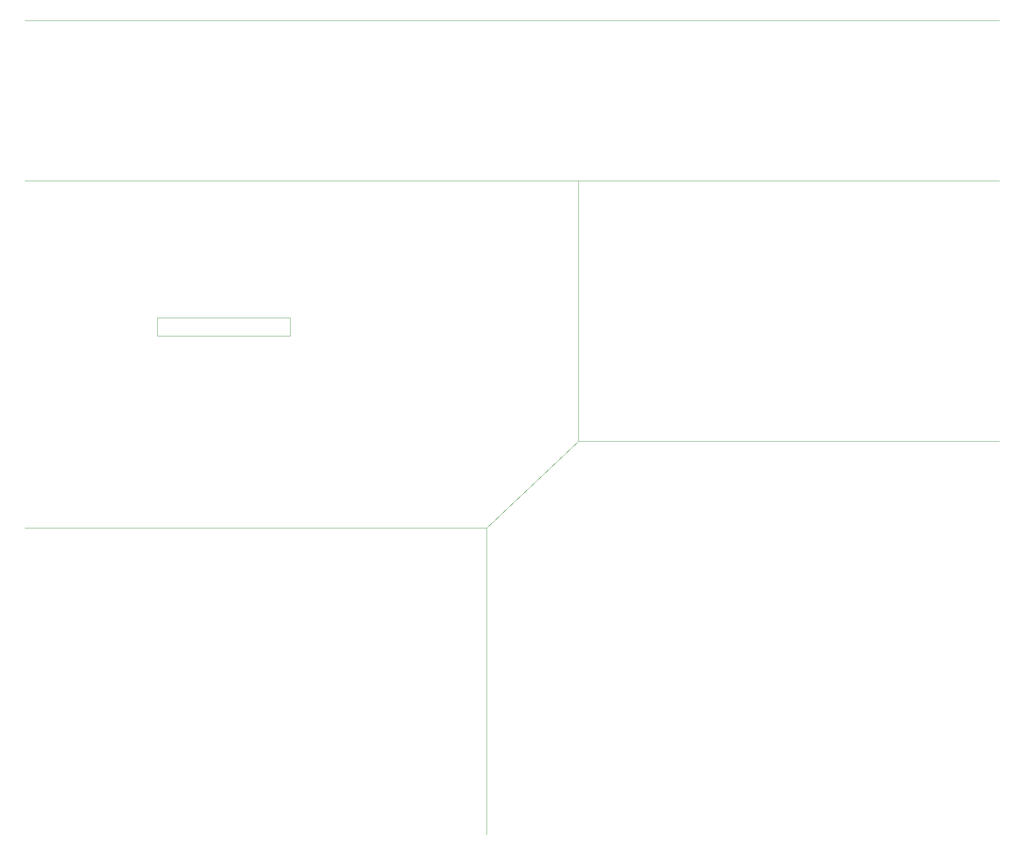
<source format=gbr>
%TF.GenerationSoftware,KiCad,Pcbnew,6.0.11-3.fc37*%
%TF.CreationDate,2023-05-08*%
%TF.ProjectId,example,6578616d-706c-4652-9e6b-696361645f70,rev?*%
%TF.SameCoordinates,Original*%
%TF.FileFunction,Other,User*%
%FSLAX46Y46*%
G04 Gerber Fmt 4.6, Leading zero omitted, Abs format (unit mm)*
G04 Created by KiCad (PCBNEW 6.0.11-3.fc37) date 2023-05-08*
%MOMM*%
%LPD*%
G01*
G04 APERTURE LIST*
%ADD10C,0.100000*%
G04 APERTURE END LIST*
D10*
X-105000000Y56000000D02*
X108000000Y56000000D01*
X-76000000Y-13000000D02*
X-76000000Y-9000000D01*
X-47000000Y-13000000D02*
X-76000000Y-13000000D01*
X-47000000Y-9000000D02*
X-47000000Y-13000000D01*
X-76000000Y-9000000D02*
X-47000000Y-9000000D01*
X16000000Y-36000000D02*
X-4000000Y-55000000D01*
X-4000000Y-55000000D02*
X-4000000Y-122000000D01*
X-105000000Y-55000000D02*
X-4000000Y-55000000D01*
X16000000Y-36000000D02*
X16000000Y21000000D01*
X-105000000Y21000000D02*
X108000000Y21000000D01*
X16000000Y-36000000D02*
X108000000Y-36000000D01*
M02*

</source>
